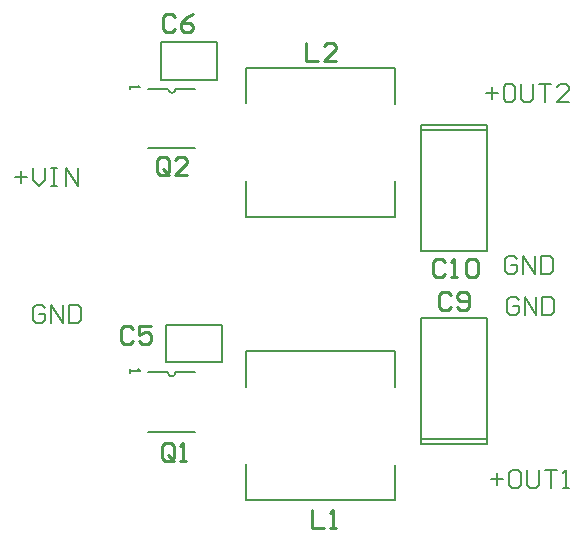
<source format=gto>
G04*
G04 #@! TF.GenerationSoftware,Altium Limited,Altium Designer,21.9.2 (33)*
G04*
G04 Layer_Color=65535*
%FSLAX44Y44*%
%MOMM*%
G71*
G04*
G04 #@! TF.SameCoordinates,2C727151-6C43-470A-82D4-EDCCEE28B5AB*
G04*
G04*
G04 #@! TF.FilePolarity,Positive*
G04*
G01*
G75*
%ADD10C,0.2000*%
%ADD11C,0.2540*%
D10*
X143952Y174892D02*
G03*
X150302Y174892I3175J0D01*
G01*
X143952Y414892D02*
G03*
X150302Y414892I3175J0D01*
G01*
X127000Y175000D02*
X143825D01*
X150175D02*
X167000D01*
X127000Y125000D02*
X167000D01*
X127000Y365000D02*
X167000D01*
X150175Y415000D02*
X167000D01*
X127000D02*
X143825D01*
X358060Y118946D02*
X413940D01*
X358060D02*
Y221054D01*
X413940D01*
Y118946D02*
Y221054D01*
X358060Y114120D02*
X413940D01*
X358060D02*
Y118946D01*
X413940Y114120D02*
Y118946D01*
X210000Y67000D02*
X336000D01*
X210000Y193000D02*
X336000D01*
Y67000D02*
Y96972D01*
Y163028D02*
Y193000D01*
X210000Y163028D02*
Y193000D01*
X210008Y67516D02*
Y97488D01*
X142124Y183744D02*
Y215494D01*
Y183744D02*
X189368D01*
Y215494D01*
X142124D02*
X189368D01*
X358060Y380054D02*
Y384880D01*
X413940Y380054D02*
Y384880D01*
X358060D02*
X413940D01*
X358060Y277946D02*
Y380054D01*
Y277946D02*
X413940D01*
Y380054D01*
X358060D02*
X413940D01*
X335992Y402512D02*
Y432484D01*
X336000Y307000D02*
Y336972D01*
X210000Y307000D02*
Y336972D01*
Y403028D02*
Y433000D01*
Y307000D02*
X336000D01*
X210000Y433000D02*
X336000D01*
X138124Y422744D02*
Y454494D01*
Y422744D02*
X185368D01*
Y454494D01*
X138124D02*
X185368D01*
X111408Y177972D02*
Y174973D01*
Y176472D01*
X120405D01*
X118906Y177972D01*
X111408Y417972D02*
Y414973D01*
Y416473D01*
X120405D01*
X118906Y417972D01*
X417290Y84802D02*
X427447D01*
X422368Y89880D02*
Y79723D01*
X440143Y92419D02*
X435064D01*
X432525Y89880D01*
Y79723D01*
X435064Y77184D01*
X440143D01*
X442682Y79723D01*
Y89880D01*
X440143Y92419D01*
X447760D02*
Y79723D01*
X450299Y77184D01*
X455378D01*
X457917Y79723D01*
Y92419D01*
X462995D02*
X473152D01*
X468074D01*
Y77184D01*
X478230D02*
X483309D01*
X480770D01*
Y92419D01*
X478230Y89880D01*
X412718Y411446D02*
X422875D01*
X417796Y416524D02*
Y406367D01*
X435571Y419063D02*
X430492D01*
X427953Y416524D01*
Y406367D01*
X430492Y403828D01*
X435571D01*
X438110Y406367D01*
Y416524D01*
X435571Y419063D01*
X443188D02*
Y406367D01*
X445727Y403828D01*
X450806D01*
X453345Y406367D01*
Y419063D01*
X458423D02*
X468580D01*
X463502D01*
Y403828D01*
X483815D02*
X473658D01*
X483815Y413985D01*
Y416524D01*
X481276Y419063D01*
X476198D01*
X473658Y416524D01*
X440655Y236692D02*
X438116Y239231D01*
X433037D01*
X430498Y236692D01*
Y226535D01*
X433037Y223996D01*
X438116D01*
X440655Y226535D01*
Y231614D01*
X435576D01*
X445733Y223996D02*
Y239231D01*
X455890Y223996D01*
Y239231D01*
X460968D02*
Y223996D01*
X468586D01*
X471125Y226535D01*
Y236692D01*
X468586Y239231D01*
X460968D01*
X439639Y270728D02*
X437099Y273267D01*
X432021D01*
X429482Y270728D01*
Y260571D01*
X432021Y258032D01*
X437099D01*
X439639Y260571D01*
Y265650D01*
X434560D01*
X444717Y258032D02*
Y273267D01*
X454874Y258032D01*
Y273267D01*
X459952D02*
Y258032D01*
X467570D01*
X470109Y260571D01*
Y270728D01*
X467570Y273267D01*
X459952D01*
X39589Y229834D02*
X37050Y232373D01*
X31971D01*
X29432Y229834D01*
Y219677D01*
X31971Y217138D01*
X37050D01*
X39589Y219677D01*
Y224755D01*
X34510D01*
X44667Y217138D02*
Y232373D01*
X54824Y217138D01*
Y232373D01*
X59902D02*
Y217138D01*
X67520D01*
X70059Y219677D01*
Y229834D01*
X67520Y232373D01*
X59902D01*
X14446Y340579D02*
X24603D01*
X19524Y345658D02*
Y335501D01*
X29681Y348197D02*
Y338040D01*
X34759Y332962D01*
X39838Y338040D01*
Y348197D01*
X44916D02*
X49995D01*
X47455D01*
Y332962D01*
X44916D01*
X49995D01*
X57612D02*
Y348197D01*
X67769Y332962D01*
Y348197D01*
D11*
X383795Y240536D02*
X381256Y243076D01*
X376177D01*
X373638Y240536D01*
Y230380D01*
X376177Y227840D01*
X381256D01*
X383795Y230380D01*
X388873D02*
X391412Y227840D01*
X396491D01*
X399030Y230380D01*
Y240536D01*
X396491Y243076D01*
X391412D01*
X388873Y240536D01*
Y237997D01*
X391412Y235458D01*
X399030D01*
X265687Y58925D02*
Y43691D01*
X275844D01*
X280922D02*
X286001D01*
X283462D01*
Y58925D01*
X280922Y56386D01*
X148844Y102872D02*
Y113028D01*
X146305Y115568D01*
X141227D01*
X138687Y113028D01*
Y102872D01*
X141227Y100332D01*
X146305D01*
X143766Y105411D02*
X148844Y100332D01*
X146305D02*
X148844Y102872D01*
X153922Y100332D02*
X159001D01*
X156462D01*
Y115568D01*
X153922Y113028D01*
X114301Y211580D02*
X111762Y214119D01*
X106683D01*
X104144Y211580D01*
Y201424D01*
X106683Y198885D01*
X111762D01*
X114301Y201424D01*
X129536Y214119D02*
X119379D01*
Y206502D01*
X124458Y209041D01*
X126997D01*
X129536Y206502D01*
Y201424D01*
X126997Y198885D01*
X121918D01*
X119379Y201424D01*
X145035Y344934D02*
Y355090D01*
X142496Y357630D01*
X137417D01*
X134878Y355090D01*
Y344934D01*
X137417Y342394D01*
X142496D01*
X139957Y347473D02*
X145035Y342394D01*
X142496D02*
X145035Y344934D01*
X160270Y342394D02*
X150113D01*
X160270Y352551D01*
Y355090D01*
X157731Y357630D01*
X152652D01*
X150113Y355090D01*
X378717Y268476D02*
X376178Y271015D01*
X371099D01*
X368560Y268476D01*
Y258320D01*
X371099Y255781D01*
X376178D01*
X378717Y258320D01*
X383795Y255781D02*
X388874D01*
X386334D01*
Y271015D01*
X383795Y268476D01*
X396491D02*
X399030Y271015D01*
X404109D01*
X406648Y268476D01*
Y258320D01*
X404109Y255781D01*
X399030D01*
X396491Y258320D01*
Y268476D01*
X260608Y454150D02*
Y438914D01*
X270765D01*
X286000D02*
X275843D01*
X286000Y449071D01*
Y451610D01*
X283461Y454150D01*
X278382D01*
X275843Y451610D01*
X149727Y475862D02*
X147188Y478401D01*
X142109D01*
X139570Y475862D01*
Y465705D01*
X142109Y463166D01*
X147188D01*
X149727Y465705D01*
X164962Y478401D02*
X159883Y475862D01*
X154805Y470784D01*
Y465705D01*
X157344Y463166D01*
X162423D01*
X164962Y465705D01*
Y468244D01*
X162423Y470784D01*
X154805D01*
M02*

</source>
